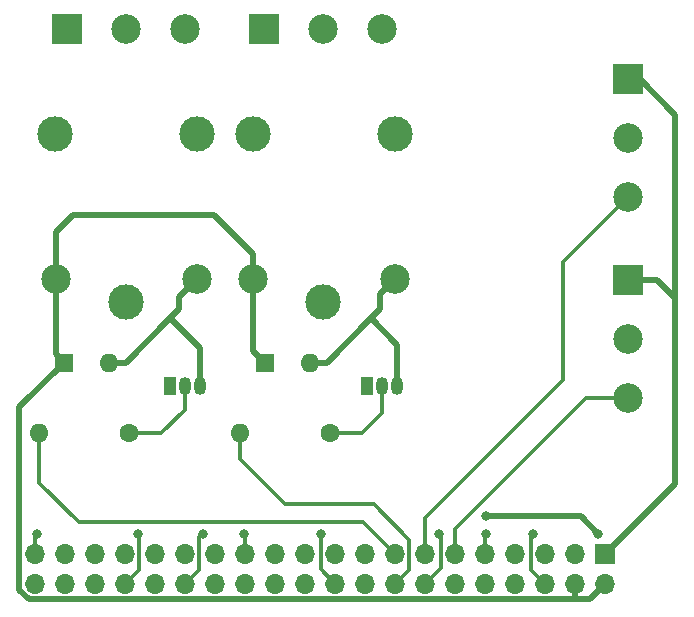
<source format=gbr>
%TF.GenerationSoftware,KiCad,Pcbnew,7.0.5-7.0.5~ubuntu22.04.1*%
%TF.CreationDate,2023-06-26T19:31:58-06:00*%
%TF.ProjectId,GaragePi_PCB,47617261-6765-4506-995f-5043422e6b69,rev?*%
%TF.SameCoordinates,Original*%
%TF.FileFunction,Copper,L1,Top*%
%TF.FilePolarity,Positive*%
%FSLAX46Y46*%
G04 Gerber Fmt 4.6, Leading zero omitted, Abs format (unit mm)*
G04 Created by KiCad (PCBNEW 7.0.5-7.0.5~ubuntu22.04.1) date 2023-06-26 19:31:58*
%MOMM*%
%LPD*%
G01*
G04 APERTURE LIST*
%TA.AperFunction,ComponentPad*%
%ADD10R,2.500000X2.500000*%
%TD*%
%TA.AperFunction,ComponentPad*%
%ADD11C,2.500000*%
%TD*%
%TA.AperFunction,ComponentPad*%
%ADD12R,1.600000X1.600000*%
%TD*%
%TA.AperFunction,ComponentPad*%
%ADD13O,1.600000X1.600000*%
%TD*%
%TA.AperFunction,ComponentPad*%
%ADD14C,3.000000*%
%TD*%
%TA.AperFunction,ComponentPad*%
%ADD15R,1.050000X1.500000*%
%TD*%
%TA.AperFunction,ComponentPad*%
%ADD16O,1.050000X1.500000*%
%TD*%
%TA.AperFunction,ComponentPad*%
%ADD17C,1.600000*%
%TD*%
%TA.AperFunction,ComponentPad*%
%ADD18R,1.700000X1.700000*%
%TD*%
%TA.AperFunction,ComponentPad*%
%ADD19O,1.700000X1.700000*%
%TD*%
%TA.AperFunction,ViaPad*%
%ADD20C,0.800000*%
%TD*%
%TA.AperFunction,Conductor*%
%ADD21C,0.500000*%
%TD*%
%TA.AperFunction,Conductor*%
%ADD22C,0.300000*%
%TD*%
G04 APERTURE END LIST*
D10*
%TO.P,J4,1,Pin_1*%
%TO.N,+3.3V*%
X156000000Y-55500000D03*
D11*
%TO.P,J4,2,Pin_2*%
%TO.N,GND*%
X156000000Y-60500000D03*
%TO.P,J4,3,Pin_3*%
%TO.N,/SENSOR_1*%
X156000000Y-65500000D03*
%TD*%
D12*
%TO.P,D2,1,K*%
%TO.N,+5V*%
X125250686Y-79500000D03*
D13*
%TO.P,D2,2,A*%
%TO.N,Net-(D2-A)*%
X129060686Y-79500000D03*
%TD*%
D14*
%TO.P,K1,1*%
%TO.N,Net-(J1-Pin_2)*%
X113500000Y-74340000D03*
D11*
%TO.P,K1,2*%
%TO.N,Net-(D1-A)*%
X119550000Y-72390000D03*
D14*
%TO.P,K1,3*%
%TO.N,Net-(J1-Pin_3)*%
X119550000Y-60190000D03*
%TO.P,K1,4*%
%TO.N,Net-(J1-Pin_1)*%
X107500000Y-60140000D03*
D11*
%TO.P,K1,5*%
%TO.N,+5V*%
X107550000Y-72390000D03*
%TD*%
%TO.P,J1,3,Pin_3*%
%TO.N,Net-(J1-Pin_3)*%
X118500000Y-51300000D03*
%TO.P,J1,2,Pin_2*%
%TO.N,Net-(J1-Pin_2)*%
X113500000Y-51300000D03*
D10*
%TO.P,J1,1,Pin_1*%
%TO.N,Net-(J1-Pin_1)*%
X108500000Y-51300000D03*
%TD*%
D15*
%TO.P,Q2,1,E*%
%TO.N,GND*%
X133960000Y-81500000D03*
D16*
%TO.P,Q2,2,B*%
%TO.N,Net-(Q2-B)*%
X135230000Y-81500000D03*
%TO.P,Q2,3,C*%
%TO.N,Net-(D2-A)*%
X136500000Y-81500000D03*
%TD*%
D14*
%TO.P,K2,1*%
%TO.N,Net-(J2-Pin_2)*%
X130230000Y-74340000D03*
D11*
%TO.P,K2,2*%
%TO.N,Net-(D2-A)*%
X136280000Y-72390000D03*
D14*
%TO.P,K2,3*%
%TO.N,Net-(J2-Pin_3)*%
X136280000Y-60190000D03*
%TO.P,K2,4*%
%TO.N,Net-(J2-Pin_1)*%
X124230000Y-60140000D03*
D11*
%TO.P,K2,5*%
%TO.N,+5V*%
X124280000Y-72390000D03*
%TD*%
D10*
%TO.P,J5,1,Pin_1*%
%TO.N,+3.3V*%
X156000000Y-72500000D03*
D11*
%TO.P,J5,2,Pin_2*%
%TO.N,GND*%
X156000000Y-77500000D03*
%TO.P,J5,3,Pin_3*%
%TO.N,/SENSOR_2*%
X156000000Y-82500000D03*
%TD*%
D12*
%TO.P,D1,1,K*%
%TO.N,+5V*%
X108250686Y-79500000D03*
D13*
%TO.P,D1,2,A*%
%TO.N,Net-(D1-A)*%
X112060686Y-79500000D03*
%TD*%
D15*
%TO.P,Q1,1,E*%
%TO.N,GND*%
X117230000Y-81500000D03*
D16*
%TO.P,Q1,2,B*%
%TO.N,Net-(Q1-B)*%
X118500000Y-81500000D03*
%TO.P,Q1,3,C*%
%TO.N,Net-(D1-A)*%
X119770000Y-81500000D03*
%TD*%
D17*
%TO.P,R2,1*%
%TO.N,Net-(Q2-B)*%
X130810000Y-85500000D03*
D13*
%TO.P,R2,2*%
%TO.N,/RELAY_2*%
X123190000Y-85500000D03*
%TD*%
D11*
%TO.P,J2,3,Pin_3*%
%TO.N,Net-(J2-Pin_3)*%
X135230000Y-51300000D03*
%TO.P,J2,2,Pin_2*%
%TO.N,Net-(J2-Pin_2)*%
X130230000Y-51300000D03*
D10*
%TO.P,J2,1,Pin_1*%
%TO.N,Net-(J2-Pin_1)*%
X125230000Y-51300000D03*
%TD*%
D17*
%TO.P,R1,1*%
%TO.N,Net-(Q1-B)*%
X113810000Y-85500000D03*
D13*
%TO.P,R1,2*%
%TO.N,/RELAY_1*%
X106190000Y-85500000D03*
%TD*%
D18*
%TO.P,J3,1,3V3*%
%TO.N,+3.3V*%
X154100000Y-95710000D03*
D19*
%TO.P,J3,2,5V*%
%TO.N,+5V*%
X154100000Y-98250000D03*
%TO.P,J3,3,SDA/GPIO2*%
%TO.N,unconnected-(J3-SDA{slash}GPIO2-Pad3)*%
X151560000Y-95710000D03*
%TO.P,J3,4,5V*%
%TO.N,+5V*%
X151560000Y-98250000D03*
%TO.P,J3,5,SCL/GPIO3*%
%TO.N,unconnected-(J3-SCL{slash}GPIO3-Pad5)*%
X149020000Y-95710000D03*
%TO.P,J3,6,GND*%
%TO.N,GND*%
X149020000Y-98250000D03*
%TO.P,J3,7,GCLK0/GPIO4*%
%TO.N,unconnected-(J3-GCLK0{slash}GPIO4-Pad7)*%
X146480000Y-95710000D03*
%TO.P,J3,8,GPIO14/TXD*%
%TO.N,unconnected-(J3-GPIO14{slash}TXD-Pad8)*%
X146480000Y-98250000D03*
%TO.P,J3,9,GND*%
%TO.N,GND*%
X143940000Y-95710000D03*
%TO.P,J3,10,GPIO15/RXD*%
%TO.N,unconnected-(J3-GPIO15{slash}RXD-Pad10)*%
X143940000Y-98250000D03*
%TO.P,J3,11,GPIO17*%
%TO.N,/SENSOR_2*%
X141400000Y-95710000D03*
%TO.P,J3,12,GPIO18/PWM0*%
%TO.N,unconnected-(J3-GPIO18{slash}PWM0-Pad12)*%
X141400000Y-98250000D03*
%TO.P,J3,13,GPIO27*%
%TO.N,/SENSOR_1*%
X138860000Y-95710000D03*
%TO.P,J3,14,GND*%
%TO.N,GND*%
X138860000Y-98250000D03*
%TO.P,J3,15,GPIO22*%
%TO.N,/RELAY_1*%
X136320000Y-95710000D03*
%TO.P,J3,16,GPIO23*%
%TO.N,/RELAY_2*%
X136320000Y-98250000D03*
%TO.P,J3,17,3V3*%
%TO.N,+3.3V*%
X133780000Y-95710000D03*
%TO.P,J3,18,GPIO24*%
%TO.N,unconnected-(J3-GPIO24-Pad18)*%
X133780000Y-98250000D03*
%TO.P,J3,19,MOSI0/GPIO10*%
%TO.N,unconnected-(J3-MOSI0{slash}GPIO10-Pad19)*%
X131240000Y-95710000D03*
%TO.P,J3,20,GND*%
%TO.N,GND*%
X131240000Y-98250000D03*
%TO.P,J3,21,MISO0/GPIO9*%
%TO.N,unconnected-(J3-MISO0{slash}GPIO9-Pad21)*%
X128700000Y-95710000D03*
%TO.P,J3,22,GPIO25*%
%TO.N,unconnected-(J3-GPIO25-Pad22)*%
X128700000Y-98250000D03*
%TO.P,J3,23,SCLK0/GPIO11*%
%TO.N,unconnected-(J3-SCLK0{slash}GPIO11-Pad23)*%
X126160000Y-95710000D03*
%TO.P,J3,24,~{CE0}/GPIO8*%
%TO.N,unconnected-(J3-~{CE0}{slash}GPIO8-Pad24)*%
X126160000Y-98250000D03*
%TO.P,J3,25,GND*%
%TO.N,GND*%
X123620000Y-95710000D03*
%TO.P,J3,26,~{CE1}/GPIO7*%
%TO.N,unconnected-(J3-~{CE1}{slash}GPIO7-Pad26)*%
X123620000Y-98250000D03*
%TO.P,J3,27,ID_SD/GPIO0*%
%TO.N,unconnected-(J3-ID_SD{slash}GPIO0-Pad27)*%
X121080000Y-95710000D03*
%TO.P,J3,28,ID_SC/GPIO1*%
%TO.N,unconnected-(J3-ID_SC{slash}GPIO1-Pad28)*%
X121080000Y-98250000D03*
%TO.P,J3,29,GCLK1/GPIO5*%
%TO.N,unconnected-(J3-GCLK1{slash}GPIO5-Pad29)*%
X118540000Y-95710000D03*
%TO.P,J3,30,GND*%
%TO.N,GND*%
X118540000Y-98250000D03*
%TO.P,J3,31,GCLK2/GPIO6*%
%TO.N,unconnected-(J3-GCLK2{slash}GPIO6-Pad31)*%
X116000000Y-95710000D03*
%TO.P,J3,32,PWM0/GPIO12*%
%TO.N,unconnected-(J3-PWM0{slash}GPIO12-Pad32)*%
X116000000Y-98250000D03*
%TO.P,J3,33,PWM1/GPIO13*%
%TO.N,unconnected-(J3-PWM1{slash}GPIO13-Pad33)*%
X113460000Y-95710000D03*
%TO.P,J3,34,GND*%
%TO.N,GND*%
X113460000Y-98250000D03*
%TO.P,J3,35,GPIO19/MISO1*%
%TO.N,unconnected-(J3-GPIO19{slash}MISO1-Pad35)*%
X110920000Y-95710000D03*
%TO.P,J3,36,GPIO16*%
%TO.N,unconnected-(J3-GPIO16-Pad36)*%
X110920000Y-98250000D03*
%TO.P,J3,37,GPIO26*%
%TO.N,unconnected-(J3-GPIO26-Pad37)*%
X108380000Y-95710000D03*
%TO.P,J3,38,GPIO20/MOSI1*%
%TO.N,unconnected-(J3-GPIO20{slash}MOSI1-Pad38)*%
X108380000Y-98250000D03*
%TO.P,J3,39,GND*%
%TO.N,GND*%
X105840000Y-95710000D03*
%TO.P,J3,40,GPIO21/SCLK1*%
%TO.N,unconnected-(J3-GPIO21{slash}SCLK1-Pad40)*%
X105840000Y-98250000D03*
%TD*%
D20*
%TO.N,GND*%
X106000000Y-94000000D03*
X114500000Y-94000000D03*
X120000000Y-94000000D03*
X123500000Y-94000000D03*
X130000000Y-94000000D03*
X140000000Y-94000000D03*
X148000000Y-94000000D03*
X144000000Y-94000000D03*
%TO.N,+3.3V*%
X153500000Y-94000000D03*
X144000000Y-92500000D03*
%TD*%
D21*
%TO.N,+5V*%
X152800000Y-99550000D02*
X151500000Y-99550000D01*
X151500000Y-99550000D02*
X105301522Y-99550000D01*
X151560000Y-98250000D02*
X151560000Y-99490000D01*
X151560000Y-99490000D02*
X151500000Y-99550000D01*
%TO.N,Net-(D1-A)*%
X118000000Y-73940000D02*
X119550000Y-72390000D01*
D22*
%TO.N,GND*%
X105840000Y-94160000D02*
X106000000Y-94000000D01*
X105840000Y-95710000D02*
X105840000Y-94160000D01*
X114660000Y-94160000D02*
X114500000Y-94000000D01*
X114660000Y-97050000D02*
X114660000Y-94160000D01*
X113460000Y-98250000D02*
X114660000Y-97050000D01*
X119740000Y-94260000D02*
X120000000Y-94000000D01*
X119740000Y-97050000D02*
X119740000Y-94260000D01*
X118540000Y-98250000D02*
X119740000Y-97050000D01*
X123620000Y-94120000D02*
X123500000Y-94000000D01*
X123620000Y-95710000D02*
X123620000Y-94120000D01*
X130000000Y-97010000D02*
X130000000Y-94000000D01*
X131240000Y-98250000D02*
X130000000Y-97010000D01*
X140200000Y-94200000D02*
X140000000Y-94000000D01*
X140200000Y-96910000D02*
X140200000Y-94200000D01*
X138860000Y-98250000D02*
X140200000Y-96910000D01*
X147820000Y-94180000D02*
X148000000Y-94000000D01*
X147820000Y-97050000D02*
X147820000Y-94180000D01*
X149020000Y-98250000D02*
X147820000Y-97050000D01*
X143940000Y-94060000D02*
X144000000Y-94000000D01*
X143940000Y-95710000D02*
X143940000Y-94060000D01*
D21*
%TO.N,+3.3V*%
X144000000Y-92500000D02*
X152000000Y-92500000D01*
X152000000Y-92500000D02*
X153500000Y-94000000D01*
X158500000Y-72500000D02*
X156000000Y-72500000D01*
X160000000Y-58500000D02*
X157000000Y-55500000D01*
X157000000Y-55500000D02*
X156000000Y-55500000D01*
X158500000Y-72500000D02*
X160000000Y-74000000D01*
D22*
%TO.N,/SENSOR_1*%
X138860000Y-95710000D02*
X138860000Y-92640000D01*
X138860000Y-92640000D02*
X150500000Y-81000000D01*
X150500000Y-81000000D02*
X150500000Y-71000000D01*
X150500000Y-71000000D02*
X156000000Y-65500000D01*
%TO.N,/SENSOR_2*%
X152500000Y-82500000D02*
X156000000Y-82500000D01*
D21*
%TO.N,+5V*%
X107550000Y-72390000D02*
X107550000Y-68450000D01*
X121000000Y-67000000D02*
X124280000Y-70280000D01*
X107550000Y-68450000D02*
X109000000Y-67000000D01*
X109000000Y-67000000D02*
X121000000Y-67000000D01*
X124280000Y-70280000D02*
X124280000Y-72390000D01*
X154100000Y-98250000D02*
X152800000Y-99550000D01*
X105301522Y-99550000D02*
X104500000Y-98748478D01*
X104500000Y-98748478D02*
X104500000Y-83250686D01*
X104500000Y-83250686D02*
X108250686Y-79500000D01*
%TO.N,+3.3V*%
X160000000Y-74000000D02*
X160000000Y-58500000D01*
X160000000Y-89810000D02*
X160000000Y-74000000D01*
X154100000Y-95710000D02*
X160000000Y-89810000D01*
%TO.N,Net-(D1-A)*%
X113500000Y-79500000D02*
X117250000Y-75750000D01*
X119770000Y-78270000D02*
X117250000Y-75750000D01*
X117250000Y-75750000D02*
X118000000Y-75000000D01*
X119770000Y-81500000D02*
X119770000Y-78270000D01*
%TO.N,Net-(D2-A)*%
X130500000Y-79500000D02*
X134250000Y-75750000D01*
X136500000Y-81360000D02*
X136500000Y-78000000D01*
X134250000Y-75750000D02*
X135000000Y-75000000D01*
X136500000Y-78000000D02*
X134250000Y-75750000D01*
X129060686Y-79500000D02*
X130500000Y-79500000D01*
X135000000Y-75000000D02*
X135000000Y-73670000D01*
X135000000Y-73670000D02*
X136280000Y-72390000D01*
%TO.N,+5V*%
X124280000Y-72390000D02*
X124280000Y-78529314D01*
X124280000Y-78529314D02*
X125250686Y-79500000D01*
%TO.N,Net-(D1-A)*%
X118000000Y-75000000D02*
X118000000Y-73940000D01*
X112060686Y-79500000D02*
X113500000Y-79500000D01*
%TO.N,+5V*%
X107550000Y-72390000D02*
X107550000Y-78799314D01*
X107550000Y-78799314D02*
X108250686Y-79500000D01*
D22*
%TO.N,/SENSOR_2*%
X141400000Y-95710000D02*
X141400000Y-93600000D01*
X141400000Y-93600000D02*
X152500000Y-82500000D01*
%TO.N,/RELAY_2*%
X136320000Y-98250000D02*
X137520000Y-97050000D01*
X137520000Y-97050000D02*
X137520000Y-94520000D01*
X137520000Y-94520000D02*
X134500000Y-91500000D01*
X134500000Y-91500000D02*
X127000000Y-91500000D01*
X127000000Y-91500000D02*
X123190000Y-87690000D01*
X123190000Y-87690000D02*
X123190000Y-85500000D01*
%TO.N,/RELAY_1*%
X136320000Y-95710000D02*
X133610000Y-93000000D01*
X109500000Y-93000000D02*
X106190000Y-89690000D01*
X133610000Y-93000000D02*
X109500000Y-93000000D01*
X106190000Y-89690000D02*
X106190000Y-85500000D01*
%TO.N,Net-(Q2-B)*%
X135230000Y-83770000D02*
X133500000Y-85500000D01*
X135230000Y-81360000D02*
X135230000Y-83770000D01*
X133500000Y-85500000D02*
X130810000Y-85500000D01*
%TO.N,Net-(Q1-B)*%
X113810000Y-85500000D02*
X116500000Y-85500000D01*
X116500000Y-85500000D02*
X118500000Y-83500000D01*
X118500000Y-83500000D02*
X118500000Y-81500000D01*
%TD*%
M02*

</source>
